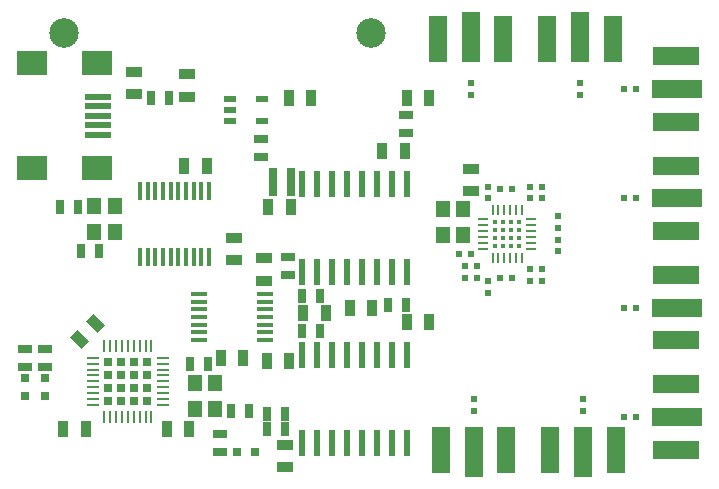
<source format=gtp>
G04 #@! TF.FileFunction,Paste,Top*
%FSLAX46Y46*%
G04 Gerber Fmt 4.6, Leading zero omitted, Abs format (unit mm)*
G04 Created by KiCad (PCBNEW 4.0.5) date 03/01/17 00:06:24*
%MOMM*%
%LPD*%
G01*
G04 APERTURE LIST*
%ADD10C,0.100000*%
%ADD11R,0.707106X0.707106*%
%ADD12R,1.050000X0.250000*%
%ADD13R,0.250000X1.050000*%
%ADD14R,0.441941X0.441941*%
%ADD15O,0.900000X0.250000*%
%ADD16O,0.250000X0.900000*%
%ADD17R,1.200000X1.400000*%
%ADD18R,2.301240X0.500380*%
%ADD19R,2.499360X1.998980*%
%ADD20R,1.397000X0.431800*%
%ADD21R,0.600000X2.200000*%
%ADD22R,0.300000X1.600000*%
%ADD23R,0.889000X1.397000*%
%ADD24R,1.397000X0.889000*%
%ADD25R,0.635000X1.143000*%
%ADD26R,1.143000X0.635000*%
%ADD27R,0.600000X0.500000*%
%ADD28R,0.500000X0.600000*%
%ADD29R,0.797560X0.797560*%
%ADD30R,1.100000X0.600000*%
%ADD31R,1.500000X3.950000*%
%ADD32R,1.500000X4.250000*%
%ADD33R,3.950000X1.500000*%
%ADD34R,4.250000X1.500000*%
%ADD35C,2.500000*%
G04 APERTURE END LIST*
D10*
D11*
X150621446Y-118146446D03*
X150621446Y-117048815D03*
X150621446Y-115951185D03*
X150621446Y-114853554D03*
X149523815Y-118146446D03*
X149523815Y-117048815D03*
X149523815Y-115951185D03*
X149523815Y-114853554D03*
X148426185Y-118146446D03*
X148426185Y-117048815D03*
X148426185Y-115951185D03*
X148426185Y-114853554D03*
X147328554Y-118146446D03*
X147328554Y-117048815D03*
X147328554Y-115951185D03*
X147328554Y-114853554D03*
D12*
X151950000Y-118500000D03*
X151950000Y-118000000D03*
X151950000Y-117500000D03*
X151950000Y-117000000D03*
X151950000Y-116500000D03*
X151950000Y-116000000D03*
X151950000Y-115500000D03*
X151950000Y-115000000D03*
X151950000Y-114500000D03*
D13*
X150975000Y-113525000D03*
X150475000Y-113525000D03*
X149975000Y-113525000D03*
X149475000Y-113525000D03*
X148975000Y-113525000D03*
X148475000Y-113525000D03*
X147975000Y-113525000D03*
X147475000Y-113525000D03*
X146975000Y-113525000D03*
D12*
X146000000Y-114500000D03*
X146000000Y-115000000D03*
X146000000Y-115500000D03*
X146000000Y-116000000D03*
X146000000Y-116500000D03*
X146000000Y-117000000D03*
X146000000Y-117500000D03*
X146000000Y-118000000D03*
X146000000Y-118500000D03*
D13*
X146975000Y-119475000D03*
X147475000Y-119475000D03*
X147975000Y-119475000D03*
X148475000Y-119475000D03*
X148975000Y-119475000D03*
X149475000Y-119475000D03*
X149975000Y-119475000D03*
X150475000Y-119475000D03*
X150975000Y-119475000D03*
D14*
X180070971Y-102970971D03*
X180070971Y-103656991D03*
X180070971Y-104343009D03*
X180070971Y-105029029D03*
X180756991Y-102970971D03*
X180756991Y-103656991D03*
X180756991Y-104343009D03*
X180756991Y-105029029D03*
X181443009Y-102970971D03*
X181443009Y-103656991D03*
X181443009Y-104343009D03*
X181443009Y-105029029D03*
X182129029Y-102970971D03*
X182129029Y-103656991D03*
X182129029Y-104343009D03*
X182129029Y-105029029D03*
D15*
X179050000Y-102750000D03*
X179050000Y-103250000D03*
X179050000Y-103750000D03*
X179050000Y-104250000D03*
X179050000Y-104750000D03*
X179050000Y-105250000D03*
D16*
X179850000Y-106050000D03*
X180350000Y-106050000D03*
X180850000Y-106050000D03*
X181350000Y-106050000D03*
X181850000Y-106050000D03*
X182350000Y-106050000D03*
D15*
X183150000Y-105250000D03*
X183150000Y-104750000D03*
X183150000Y-104250000D03*
X183150000Y-103750000D03*
X183150000Y-103250000D03*
X183150000Y-102750000D03*
D16*
X182350000Y-101950000D03*
X181850000Y-101950000D03*
X181350000Y-101950000D03*
X180850000Y-101950000D03*
X180350000Y-101950000D03*
X179850000Y-101950000D03*
D17*
X177350000Y-104100000D03*
X177350000Y-101900000D03*
X175650000Y-101900000D03*
X175650000Y-104100000D03*
D18*
X146449320Y-92399800D03*
X146449320Y-93199900D03*
X146449320Y-94000000D03*
X146449320Y-94800100D03*
X146449320Y-95600200D03*
D19*
X146350260Y-89549920D03*
X140851160Y-89549920D03*
X146350260Y-98450080D03*
X140851160Y-98450080D03*
D20*
X160588000Y-112987300D03*
X160588000Y-112352300D03*
X160588000Y-111691900D03*
X160588000Y-111056900D03*
X160588000Y-110396500D03*
X160588000Y-109748800D03*
X160588000Y-109101100D03*
X155000000Y-109101100D03*
X155000000Y-109748800D03*
X155000000Y-110396500D03*
X155000000Y-111056900D03*
X155000000Y-111704600D03*
X155000000Y-112352300D03*
X155000000Y-113000000D03*
D21*
X172620000Y-121750000D03*
X172620000Y-114250000D03*
X171350000Y-121750000D03*
X171350000Y-114250000D03*
X170080000Y-121750000D03*
X170080000Y-114250000D03*
X168810000Y-121750000D03*
X168810000Y-114250000D03*
X167540000Y-121750000D03*
X167540000Y-114250000D03*
X166270000Y-121750000D03*
X166270000Y-114250000D03*
X165000000Y-121750000D03*
X165000000Y-114250000D03*
X163730000Y-121750000D03*
X163730000Y-114250000D03*
X172620000Y-107250000D03*
X172620000Y-99750000D03*
X171350000Y-107250000D03*
X171350000Y-99750000D03*
X170080000Y-107250000D03*
X170080000Y-99750000D03*
X168810000Y-107250000D03*
X168810000Y-99750000D03*
X167540000Y-107250000D03*
X167540000Y-99750000D03*
X166270000Y-107250000D03*
X166270000Y-99750000D03*
X165000000Y-107250000D03*
X165000000Y-99750000D03*
X163730000Y-107250000D03*
X163730000Y-99750000D03*
D22*
X155850000Y-106000000D03*
X155850000Y-100400000D03*
X155200000Y-106000000D03*
X155200000Y-100400000D03*
X154550000Y-106000000D03*
X154550000Y-100400000D03*
X153900000Y-106000000D03*
X153900000Y-100400000D03*
X153250000Y-106000000D03*
X153250000Y-100400000D03*
X152600000Y-106000000D03*
X152600000Y-100400000D03*
X151950000Y-106000000D03*
X151950000Y-100400000D03*
X151300000Y-106000000D03*
X151300000Y-100400000D03*
X150650000Y-106000000D03*
X150650000Y-100400000D03*
X150000000Y-106000000D03*
X150000000Y-100400000D03*
D17*
X156350000Y-118850000D03*
X156350000Y-116650000D03*
X154650000Y-116650000D03*
X154650000Y-118850000D03*
X146150000Y-101650000D03*
X146150000Y-103850000D03*
X147850000Y-103850000D03*
X147850000Y-101650000D03*
D23*
X158750000Y-114500000D03*
X156845000Y-114500000D03*
D24*
X160500000Y-106095000D03*
X160500000Y-108000000D03*
D25*
X157738000Y-119000000D03*
X159262000Y-119000000D03*
X162250000Y-120500000D03*
X160726000Y-120500000D03*
D24*
X162250000Y-121845000D03*
X162250000Y-123750000D03*
D25*
X163738000Y-112250000D03*
X165262000Y-112250000D03*
X154226000Y-115000000D03*
X155750000Y-115000000D03*
D23*
X162655000Y-114750000D03*
X160750000Y-114750000D03*
D25*
X162750000Y-99000000D03*
X161226000Y-99000000D03*
D23*
X162750000Y-101750000D03*
X160845000Y-101750000D03*
D26*
X162500000Y-107500000D03*
X162500000Y-105976000D03*
D23*
X163845000Y-110750000D03*
X165750000Y-110750000D03*
X172595000Y-92500000D03*
X174500000Y-92500000D03*
X169655000Y-110250000D03*
X167750000Y-110250000D03*
X172405000Y-97000000D03*
X170500000Y-97000000D03*
X172595000Y-111500000D03*
X174500000Y-111500000D03*
D25*
X144774000Y-101750000D03*
X143250000Y-101750000D03*
X146524000Y-105500000D03*
X145000000Y-105500000D03*
D24*
X149500000Y-92202500D03*
X149500000Y-90297500D03*
X154000000Y-92405000D03*
X154000000Y-90500000D03*
D26*
X160250000Y-97512000D03*
X160250000Y-95988000D03*
D23*
X164500000Y-92500000D03*
X162595000Y-92500000D03*
D24*
X178000000Y-100405000D03*
X178000000Y-98500000D03*
D27*
X179500000Y-101000000D03*
X179500000Y-100000000D03*
X177500000Y-106750000D03*
X177500000Y-107750000D03*
D28*
X178000000Y-105750000D03*
X177000000Y-105750000D03*
D27*
X178500000Y-106750000D03*
X178500000Y-107750000D03*
X184000000Y-108000000D03*
X184000000Y-107000000D03*
X184000000Y-100000000D03*
X184000000Y-101000000D03*
X178000000Y-92250000D03*
X178000000Y-91250000D03*
X187250000Y-92250000D03*
X187250000Y-91250000D03*
D28*
X191000000Y-91750000D03*
X192000000Y-91750000D03*
X191000000Y-101000000D03*
X192000000Y-101000000D03*
X191000000Y-110250000D03*
X192000000Y-110250000D03*
X191000000Y-119500000D03*
X192000000Y-119500000D03*
D27*
X187500000Y-118000000D03*
X187500000Y-119000000D03*
X178250000Y-118000000D03*
X178250000Y-119000000D03*
D26*
X172500000Y-93976000D03*
X172500000Y-95500000D03*
D25*
X170988000Y-110000000D03*
X172512000Y-110000000D03*
X150976000Y-92500000D03*
X152500000Y-92500000D03*
X162250000Y-119250000D03*
X160726000Y-119250000D03*
X162762000Y-100250000D03*
X161238000Y-100250000D03*
X163750000Y-109250000D03*
X165274000Y-109250000D03*
D26*
X156750000Y-120988000D03*
X156750000Y-122512000D03*
X142000000Y-113726000D03*
X142000000Y-115250000D03*
X140250000Y-113726000D03*
X140250000Y-115250000D03*
D27*
X183000000Y-108000000D03*
X183000000Y-107000000D03*
X183000000Y-100000000D03*
X183000000Y-101000000D03*
X179500000Y-109000000D03*
X179500000Y-108000000D03*
D28*
X180500000Y-100250000D03*
X181500000Y-100250000D03*
D27*
X185400000Y-102500000D03*
X185400000Y-103500000D03*
X185400000Y-104500000D03*
X185400000Y-105500000D03*
D28*
X181500000Y-107750000D03*
X180500000Y-107750000D03*
D29*
X158251400Y-122500000D03*
X159750000Y-122500000D03*
X142000000Y-116250700D03*
X142000000Y-117749300D03*
X140250000Y-116250700D03*
X140250000Y-117749300D03*
D10*
G36*
X146070395Y-110768258D02*
X147058223Y-111756086D01*
X146429605Y-112384704D01*
X145441777Y-111396876D01*
X146070395Y-110768258D01*
X146070395Y-110768258D01*
G37*
G36*
X144723357Y-112115296D02*
X145711185Y-113103124D01*
X145082567Y-113731742D01*
X144094739Y-112743914D01*
X144723357Y-112115296D01*
X144723357Y-112115296D01*
G37*
D23*
X154155000Y-120500000D03*
X152250000Y-120500000D03*
X143500000Y-120500000D03*
X145405000Y-120500000D03*
D24*
X158000000Y-106250000D03*
X158000000Y-104345000D03*
D23*
X155655000Y-98250000D03*
X153750000Y-98250000D03*
D30*
X160350000Y-92550000D03*
X157650000Y-92550000D03*
X157650000Y-93500000D03*
X160350000Y-94450000D03*
X157650000Y-94450000D03*
D31*
X175230000Y-87475000D03*
X180770000Y-87475000D03*
D32*
X178000000Y-87325000D03*
D31*
X184480000Y-87475000D03*
X190020000Y-87475000D03*
D32*
X187250000Y-87325000D03*
D33*
X195350000Y-88980000D03*
X195350000Y-94520000D03*
D34*
X195500000Y-91750000D03*
D33*
X195350000Y-98230000D03*
X195350000Y-103770000D03*
D34*
X195500000Y-101000000D03*
D33*
X195350000Y-107480000D03*
X195350000Y-113020000D03*
D34*
X195500000Y-110250000D03*
D33*
X195350000Y-116730000D03*
X195350000Y-122270000D03*
D34*
X195500000Y-119500000D03*
D31*
X181020000Y-122350000D03*
X175480000Y-122350000D03*
D32*
X178250000Y-122500000D03*
D31*
X190270000Y-122350000D03*
X184730000Y-122350000D03*
D32*
X187500000Y-122500000D03*
D35*
X169600000Y-87000000D03*
X143600000Y-87000000D03*
M02*

</source>
